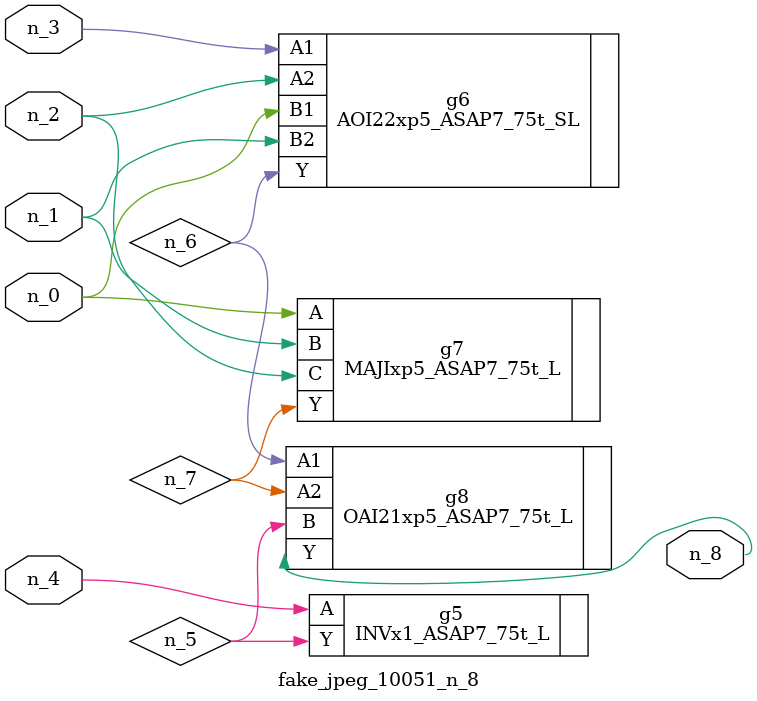
<source format=v>
module fake_jpeg_10051_n_8 (n_3, n_2, n_1, n_0, n_4, n_8);

input n_3;
input n_2;
input n_1;
input n_0;
input n_4;

output n_8;

wire n_6;
wire n_5;
wire n_7;

INVx1_ASAP7_75t_L g5 ( 
.A(n_4),
.Y(n_5)
);

AOI22xp5_ASAP7_75t_SL g6 ( 
.A1(n_3),
.A2(n_2),
.B1(n_0),
.B2(n_1),
.Y(n_6)
);

MAJIxp5_ASAP7_75t_L g7 ( 
.A(n_0),
.B(n_1),
.C(n_2),
.Y(n_7)
);

OAI21xp5_ASAP7_75t_L g8 ( 
.A1(n_6),
.A2(n_7),
.B(n_5),
.Y(n_8)
);


endmodule
</source>
